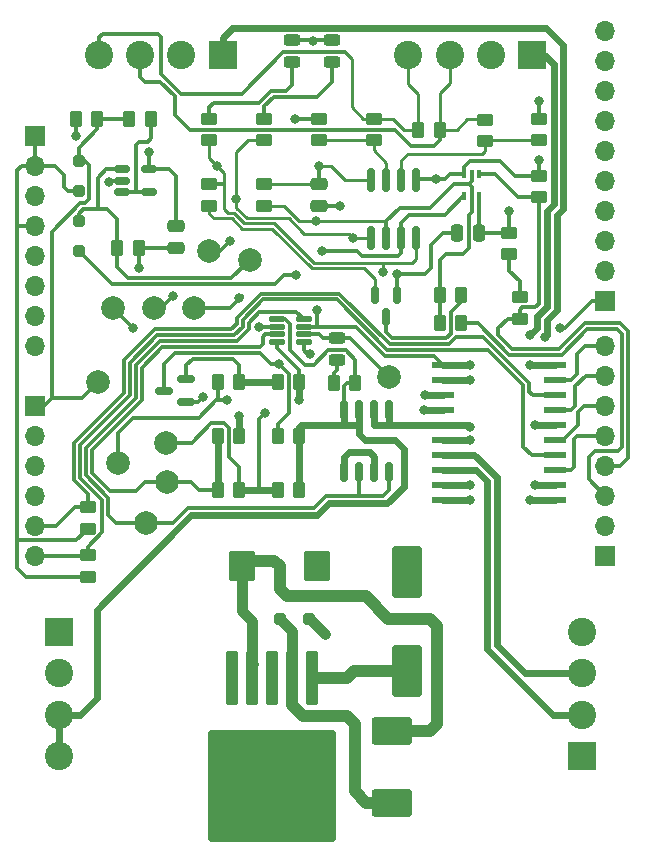
<source format=gtl>
G04 #@! TF.GenerationSoftware,KiCad,Pcbnew,7.0.10*
G04 #@! TF.CreationDate,2024-03-17T21:58:49+02:00*
G04 #@! TF.ProjectId,MasterShield,4d617374-6572-4536-9869-656c642e6b69,rev?*
G04 #@! TF.SameCoordinates,Original*
G04 #@! TF.FileFunction,Copper,L1,Top*
G04 #@! TF.FilePolarity,Positive*
%FSLAX46Y46*%
G04 Gerber Fmt 4.6, Leading zero omitted, Abs format (unit mm)*
G04 Created by KiCad (PCBNEW 7.0.10) date 2024-03-17 21:58:49*
%MOMM*%
%LPD*%
G01*
G04 APERTURE LIST*
G04 Aperture macros list*
%AMRoundRect*
0 Rectangle with rounded corners*
0 $1 Rounding radius*
0 $2 $3 $4 $5 $6 $7 $8 $9 X,Y pos of 4 corners*
0 Add a 4 corners polygon primitive as box body*
4,1,4,$2,$3,$4,$5,$6,$7,$8,$9,$2,$3,0*
0 Add four circle primitives for the rounded corners*
1,1,$1+$1,$2,$3*
1,1,$1+$1,$4,$5*
1,1,$1+$1,$6,$7*
1,1,$1+$1,$8,$9*
0 Add four rect primitives between the rounded corners*
20,1,$1+$1,$2,$3,$4,$5,0*
20,1,$1+$1,$4,$5,$6,$7,0*
20,1,$1+$1,$6,$7,$8,$9,0*
20,1,$1+$1,$8,$9,$2,$3,0*%
G04 Aperture macros list end*
G04 #@! TA.AperFunction,SMDPad,CuDef*
%ADD10RoundRect,0.250000X0.262500X0.450000X-0.262500X0.450000X-0.262500X-0.450000X0.262500X-0.450000X0*%
G04 #@! TD*
G04 #@! TA.AperFunction,SMDPad,CuDef*
%ADD11RoundRect,0.250000X-0.875000X-1.025000X0.875000X-1.025000X0.875000X1.025000X-0.875000X1.025000X0*%
G04 #@! TD*
G04 #@! TA.AperFunction,SMDPad,CuDef*
%ADD12RoundRect,0.250000X0.450000X-0.262500X0.450000X0.262500X-0.450000X0.262500X-0.450000X-0.262500X0*%
G04 #@! TD*
G04 #@! TA.AperFunction,SMDPad,CuDef*
%ADD13RoundRect,0.250000X-0.262500X-0.450000X0.262500X-0.450000X0.262500X0.450000X-0.262500X0.450000X0*%
G04 #@! TD*
G04 #@! TA.AperFunction,SMDPad,CuDef*
%ADD14RoundRect,0.250000X0.250000X-0.250000X0.250000X0.250000X-0.250000X0.250000X-0.250000X-0.250000X0*%
G04 #@! TD*
G04 #@! TA.AperFunction,ComponentPad*
%ADD15R,2.400000X2.400000*%
G04 #@! TD*
G04 #@! TA.AperFunction,ComponentPad*
%ADD16C,2.400000*%
G04 #@! TD*
G04 #@! TA.AperFunction,SMDPad,CuDef*
%ADD17C,2.000000*%
G04 #@! TD*
G04 #@! TA.AperFunction,SMDPad,CuDef*
%ADD18RoundRect,0.250000X-0.450000X0.262500X-0.450000X-0.262500X0.450000X-0.262500X0.450000X0.262500X0*%
G04 #@! TD*
G04 #@! TA.AperFunction,SMDPad,CuDef*
%ADD19RoundRect,0.250000X-0.250000X-0.250000X0.250000X-0.250000X0.250000X0.250000X-0.250000X0.250000X0*%
G04 #@! TD*
G04 #@! TA.AperFunction,SMDPad,CuDef*
%ADD20RoundRect,0.150000X0.150000X-0.675000X0.150000X0.675000X-0.150000X0.675000X-0.150000X-0.675000X0*%
G04 #@! TD*
G04 #@! TA.AperFunction,SMDPad,CuDef*
%ADD21R,0.400000X0.650000*%
G04 #@! TD*
G04 #@! TA.AperFunction,SMDPad,CuDef*
%ADD22RoundRect,0.250000X-0.475000X0.250000X-0.475000X-0.250000X0.475000X-0.250000X0.475000X0.250000X0*%
G04 #@! TD*
G04 #@! TA.AperFunction,SMDPad,CuDef*
%ADD23RoundRect,0.243750X0.456250X-0.243750X0.456250X0.243750X-0.456250X0.243750X-0.456250X-0.243750X0*%
G04 #@! TD*
G04 #@! TA.AperFunction,SMDPad,CuDef*
%ADD24RoundRect,0.150000X-0.150000X0.587500X-0.150000X-0.587500X0.150000X-0.587500X0.150000X0.587500X0*%
G04 #@! TD*
G04 #@! TA.AperFunction,SMDPad,CuDef*
%ADD25RoundRect,0.150000X-0.512500X-0.150000X0.512500X-0.150000X0.512500X0.150000X-0.512500X0.150000X0*%
G04 #@! TD*
G04 #@! TA.AperFunction,SMDPad,CuDef*
%ADD26RoundRect,0.250000X0.250000X0.475000X-0.250000X0.475000X-0.250000X-0.475000X0.250000X-0.475000X0*%
G04 #@! TD*
G04 #@! TA.AperFunction,SMDPad,CuDef*
%ADD27R,1.950000X0.550000*%
G04 #@! TD*
G04 #@! TA.AperFunction,SMDPad,CuDef*
%ADD28RoundRect,0.250000X-0.300000X2.050000X-0.300000X-2.050000X0.300000X-2.050000X0.300000X2.050000X0*%
G04 #@! TD*
G04 #@! TA.AperFunction,SMDPad,CuDef*
%ADD29RoundRect,0.250000X-2.375000X2.025000X-2.375000X-2.025000X2.375000X-2.025000X2.375000X2.025000X0*%
G04 #@! TD*
G04 #@! TA.AperFunction,SMDPad,CuDef*
%ADD30RoundRect,0.250002X-5.149998X4.449998X-5.149998X-4.449998X5.149998X-4.449998X5.149998X4.449998X0*%
G04 #@! TD*
G04 #@! TA.AperFunction,SMDPad,CuDef*
%ADD31RoundRect,0.250000X1.000000X-1.950000X1.000000X1.950000X-1.000000X1.950000X-1.000000X-1.950000X0*%
G04 #@! TD*
G04 #@! TA.AperFunction,SMDPad,CuDef*
%ADD32RoundRect,0.150000X0.587500X0.150000X-0.587500X0.150000X-0.587500X-0.150000X0.587500X-0.150000X0*%
G04 #@! TD*
G04 #@! TA.AperFunction,SMDPad,CuDef*
%ADD33RoundRect,0.243750X-0.456250X0.243750X-0.456250X-0.243750X0.456250X-0.243750X0.456250X0.243750X0*%
G04 #@! TD*
G04 #@! TA.AperFunction,SMDPad,CuDef*
%ADD34RoundRect,0.150000X0.150000X-0.825000X0.150000X0.825000X-0.150000X0.825000X-0.150000X-0.825000X0*%
G04 #@! TD*
G04 #@! TA.AperFunction,SMDPad,CuDef*
%ADD35RoundRect,0.235000X1.465000X-0.940000X1.465000X0.940000X-1.465000X0.940000X-1.465000X-0.940000X0*%
G04 #@! TD*
G04 #@! TA.AperFunction,SMDPad,CuDef*
%ADD36RoundRect,0.125000X-0.537500X-0.125000X0.537500X-0.125000X0.537500X0.125000X-0.537500X0.125000X0*%
G04 #@! TD*
G04 #@! TA.AperFunction,ComponentPad*
%ADD37R,1.700000X1.700000*%
G04 #@! TD*
G04 #@! TA.AperFunction,ComponentPad*
%ADD38O,1.700000X1.700000*%
G04 #@! TD*
G04 #@! TA.AperFunction,ViaPad*
%ADD39C,0.800000*%
G04 #@! TD*
G04 #@! TA.AperFunction,Conductor*
%ADD40C,0.250000*%
G04 #@! TD*
G04 #@! TA.AperFunction,Conductor*
%ADD41C,0.300000*%
G04 #@! TD*
G04 #@! TA.AperFunction,Conductor*
%ADD42C,0.900000*%
G04 #@! TD*
G04 #@! TA.AperFunction,Conductor*
%ADD43C,1.000000*%
G04 #@! TD*
G04 #@! TA.AperFunction,Conductor*
%ADD44C,0.600000*%
G04 #@! TD*
G04 APERTURE END LIST*
D10*
X208459500Y-64643000D03*
X206634500Y-64643000D03*
X225552000Y-96012000D03*
X223727000Y-96012000D03*
D11*
X220701000Y-102489000D03*
X227101000Y-102489000D03*
D12*
X245872000Y-71270500D03*
X245872000Y-69445500D03*
X207645000Y-103378000D03*
X207645000Y-101553000D03*
D10*
X230298000Y-86995000D03*
X228473000Y-86995000D03*
D13*
X210138000Y-75565000D03*
X211963000Y-75565000D03*
D14*
X206888500Y-75779000D03*
X206888500Y-73279000D03*
D12*
X231893856Y-66444500D03*
X231893856Y-64619500D03*
D13*
X211183000Y-64643000D03*
X213008000Y-64643000D03*
D15*
X245308000Y-59182000D03*
D16*
X241808000Y-59182000D03*
X238308000Y-59182000D03*
X234808000Y-59182000D03*
D17*
X210185000Y-93726000D03*
D10*
X239291500Y-79502000D03*
X237466500Y-79502000D03*
D17*
X221361000Y-76581000D03*
D18*
X217932000Y-64596000D03*
X217932000Y-66421000D03*
D13*
X218647000Y-91440000D03*
X220472000Y-91440000D03*
D17*
X212598000Y-98806000D03*
D19*
X223921000Y-106934000D03*
X226421000Y-106934000D03*
D20*
X229362000Y-94531000D03*
X230632000Y-94531000D03*
X231902000Y-94531000D03*
X233172000Y-94531000D03*
X233172000Y-89281000D03*
X231902000Y-89281000D03*
X230632000Y-89281000D03*
X229362000Y-89281000D03*
D21*
X240807000Y-69281000D03*
X240157000Y-69281000D03*
X239507000Y-69281000D03*
X239507000Y-71181000D03*
X240807000Y-71181000D03*
D17*
X213233000Y-80645000D03*
D22*
X215138000Y-73660000D03*
X215138000Y-75560000D03*
D13*
X235646570Y-65532000D03*
X237471570Y-65532000D03*
D10*
X225552000Y-91440000D03*
X223727000Y-91440000D03*
D12*
X217932000Y-71971500D03*
X217932000Y-70146500D03*
D17*
X208534000Y-86868000D03*
D23*
X228346000Y-59817000D03*
X228346000Y-57942000D03*
D17*
X214376000Y-95377000D03*
D18*
X222578666Y-70146500D03*
X222578666Y-71971500D03*
D24*
X233868000Y-79532000D03*
X231968000Y-79532000D03*
X232918000Y-81407000D03*
D15*
X219090000Y-59182000D03*
D16*
X215590000Y-59182000D03*
X212090000Y-59182000D03*
X208590000Y-59182000D03*
D25*
X210571500Y-68900000D03*
X210571500Y-69850000D03*
X210571500Y-70800000D03*
X212846500Y-70800000D03*
X212846500Y-68900000D03*
D15*
X205232000Y-108077000D03*
D16*
X205232000Y-111577000D03*
X205232000Y-115077000D03*
X205232000Y-118577000D03*
D26*
X240792000Y-74295000D03*
X238892000Y-74295000D03*
D18*
X222578666Y-64596000D03*
X222578666Y-66421000D03*
D12*
X244221000Y-81534000D03*
X244221000Y-79709000D03*
D23*
X224917000Y-59817000D03*
X224917000Y-57942000D03*
D17*
X214249000Y-92075000D03*
D27*
X247193000Y-96901000D03*
X247193000Y-95631000D03*
X247193000Y-94361000D03*
X247193000Y-93091000D03*
X247193000Y-91821000D03*
X247193000Y-90551000D03*
X247193000Y-89281000D03*
X247193000Y-88011000D03*
X247193000Y-86741000D03*
X247193000Y-85471000D03*
X237693000Y-85471000D03*
X237693000Y-86741000D03*
X237693000Y-88011000D03*
X237693000Y-89281000D03*
X237693000Y-90551000D03*
X237693000Y-91821000D03*
X237693000Y-93091000D03*
X237693000Y-94361000D03*
X237693000Y-95631000D03*
X237693000Y-96901000D03*
D10*
X220472000Y-86868000D03*
X218647000Y-86868000D03*
D18*
X243332000Y-74248000D03*
X243332000Y-76073000D03*
D17*
X209804000Y-80645000D03*
X216662000Y-80645000D03*
D28*
X226666000Y-111954000D03*
X224966000Y-111954000D03*
X223266000Y-111954000D03*
D29*
X226041000Y-118679000D03*
X220491000Y-118679000D03*
D30*
X223266000Y-121104000D03*
D29*
X226041000Y-123529000D03*
X220491000Y-123529000D03*
D28*
X221566000Y-111954000D03*
X219866000Y-111954000D03*
D17*
X217932000Y-75819000D03*
D15*
X249478800Y-118577000D03*
D16*
X249478800Y-115077000D03*
X249478800Y-111577000D03*
X249478800Y-108077000D03*
D18*
X241274600Y-64697600D03*
X241274600Y-66522600D03*
D12*
X245889500Y-66444500D03*
X245889500Y-64619500D03*
D22*
X227203000Y-70109000D03*
X227203000Y-72009000D03*
D14*
X206888500Y-70719000D03*
X206888500Y-68219000D03*
D31*
X234696000Y-111379000D03*
X234696000Y-102979000D03*
D32*
X215997000Y-88580000D03*
X215997000Y-86680000D03*
X214122000Y-87630000D03*
D10*
X239268000Y-81915000D03*
X237443000Y-81915000D03*
D12*
X207645000Y-99314000D03*
X207645000Y-97489000D03*
D33*
X228727000Y-83185000D03*
X228727000Y-85060000D03*
D10*
X220472000Y-96012000D03*
X218647000Y-96012000D03*
D34*
X231648000Y-74738000D03*
X232918000Y-74738000D03*
X234188000Y-74738000D03*
X235458000Y-74738000D03*
X235458000Y-69788000D03*
X234188000Y-69788000D03*
X232918000Y-69788000D03*
X231648000Y-69788000D03*
D18*
X227228642Y-64619500D03*
X227228642Y-66444500D03*
D35*
X233426000Y-122509000D03*
X233426000Y-116459000D03*
D13*
X223727000Y-86868000D03*
X225552000Y-86868000D03*
D36*
X223652500Y-81575000D03*
X223652500Y-82225000D03*
X223652500Y-82875000D03*
X223652500Y-83525000D03*
X225927500Y-83525000D03*
X225927500Y-82875000D03*
X225927500Y-82225000D03*
X225927500Y-81575000D03*
D17*
X233172000Y-86487000D03*
D37*
X251460000Y-101600000D03*
D38*
X251460000Y-99060000D03*
X251460000Y-96520000D03*
X251460000Y-93980000D03*
X251460000Y-91440000D03*
X251460000Y-88900000D03*
X251460000Y-86360000D03*
X251460000Y-83820000D03*
D37*
X251460000Y-80010000D03*
D38*
X251460000Y-77470000D03*
X251460000Y-74930000D03*
X251460000Y-72390000D03*
X251460000Y-69850000D03*
X251460000Y-67310000D03*
X251460000Y-64770000D03*
X251460000Y-62230000D03*
X251460000Y-59690000D03*
X251460000Y-57150000D03*
D37*
X203200000Y-88900000D03*
D38*
X203200000Y-91440000D03*
X203200000Y-93980000D03*
X203200000Y-96520000D03*
X203200000Y-99060000D03*
X203200000Y-101600000D03*
D37*
X203200000Y-66040000D03*
D38*
X203200000Y-68580000D03*
X203200000Y-71120000D03*
X203200000Y-73660000D03*
X203200000Y-76200000D03*
X203200000Y-78740000D03*
X203200000Y-81280000D03*
X203200000Y-83820000D03*
D39*
X232791000Y-116459000D03*
X221615000Y-113284000D03*
X226695000Y-58039000D03*
X220682412Y-102016855D03*
X221615000Y-110744000D03*
X212852000Y-67437000D03*
X234061000Y-116459000D03*
X243332000Y-72390000D03*
X245872000Y-63119000D03*
X220726000Y-103124000D03*
X227203000Y-68580000D03*
X224536000Y-122174000D03*
X221996000Y-120269000D03*
X206629000Y-66040000D03*
X221996000Y-118364000D03*
X225171000Y-64643000D03*
X245491000Y-90551000D03*
X245491000Y-95631000D03*
X221996000Y-124079000D03*
X219456000Y-124079000D03*
X227076000Y-101854000D03*
X220472000Y-89789000D03*
X224536000Y-118364000D03*
X221996000Y-122174000D03*
X219837000Y-110744000D03*
X227076000Y-122174000D03*
X237109000Y-69723000D03*
X227076000Y-118364000D03*
X225552000Y-88392000D03*
X224536000Y-124079000D03*
X234696000Y-103759000D03*
X227076000Y-124079000D03*
X227076000Y-103124000D03*
X211963000Y-77216000D03*
X209423000Y-69977000D03*
X224536000Y-120269000D03*
X227076000Y-120269000D03*
X219456000Y-122174000D03*
X217424000Y-88138000D03*
X227711000Y-108204000D03*
X245872000Y-68072000D03*
X228981000Y-72009000D03*
X219456000Y-118364000D03*
X223266000Y-113284000D03*
X233807000Y-77724000D03*
X219456000Y-120269000D03*
X223266000Y-110744000D03*
X234696000Y-101854000D03*
X219837000Y-113284000D03*
X219710000Y-74930000D03*
X220218000Y-71374000D03*
X230124000Y-74738000D03*
X218567000Y-68580000D03*
X214884000Y-79629000D03*
X232664000Y-77597000D03*
X247650000Y-82296000D03*
X219456000Y-88392000D03*
X245110000Y-82902472D03*
X236118400Y-89255600D03*
X225298000Y-77851000D03*
X240030000Y-86741000D03*
X240030000Y-85471000D03*
X245110000Y-85471000D03*
X240030000Y-91821000D03*
X240030000Y-90678000D03*
X234696000Y-110236000D03*
X234696000Y-112522000D03*
X240030000Y-96901000D03*
X240030000Y-95631000D03*
X245110000Y-96901000D03*
X227076000Y-80772000D03*
X211455000Y-82296000D03*
X227457000Y-75819000D03*
X220472000Y-79756000D03*
X226949000Y-73279000D03*
X223835978Y-85409022D03*
X226504500Y-84518500D03*
X222137396Y-82225000D03*
X222631000Y-89535000D03*
X246380000Y-83058000D03*
X236194600Y-88036400D03*
D40*
X227203000Y-68580000D02*
X228216000Y-68580000D01*
D41*
X224917000Y-57942000D02*
X226598000Y-57942000D01*
X240807000Y-74280000D02*
X240792000Y-74295000D01*
X245889500Y-64619500D02*
X245889500Y-63136500D01*
D42*
X220701000Y-103149000D02*
X220726000Y-103124000D01*
X221566000Y-110793000D02*
X221615000Y-110744000D01*
D43*
X233108500Y-106934000D02*
X236601000Y-106934000D01*
D41*
X243332000Y-74248000D02*
X240839000Y-74248000D01*
D43*
X236601000Y-106934000D02*
X237236000Y-107569000D01*
D40*
X228216000Y-68580000D02*
X229424000Y-69788000D01*
D42*
X220701000Y-106274000D02*
X220701000Y-103149000D01*
D40*
X227203000Y-70109000D02*
X227203000Y-68580000D01*
D43*
X223901000Y-104394000D02*
X224536000Y-105029000D01*
D42*
X220726000Y-103124000D02*
X220701000Y-103099000D01*
D41*
X214569000Y-68900000D02*
X212846500Y-68900000D01*
X215138000Y-69469000D02*
X214569000Y-68900000D01*
D43*
X224536000Y-105029000D02*
X231203500Y-105029000D01*
X233426000Y-116459000D02*
X232791000Y-116459000D01*
D41*
X243332000Y-74248000D02*
X243332000Y-72390000D01*
D43*
X223901000Y-102489000D02*
X223901000Y-104394000D01*
D42*
X221566000Y-110695000D02*
X221566000Y-107139000D01*
D40*
X229424000Y-69788000D02*
X231648000Y-69788000D01*
D42*
X221566000Y-111954000D02*
X221566000Y-110793000D01*
D43*
X232791000Y-116459000D02*
X234061000Y-116459000D01*
D42*
X220701000Y-103099000D02*
X220701000Y-102489000D01*
D43*
X231203500Y-105029000D02*
X233108500Y-106934000D01*
D41*
X228346000Y-57942000D02*
X226792000Y-57942000D01*
D43*
X237236000Y-115824000D02*
X236601000Y-116459000D01*
D40*
X222578666Y-70146500D02*
X227165500Y-70146500D01*
D43*
X223428855Y-102016855D02*
X223901000Y-102489000D01*
D41*
X227203000Y-70104000D02*
X227203000Y-68580000D01*
X212846500Y-68900000D02*
X212846500Y-67442500D01*
X215138000Y-73660000D02*
X215138000Y-69469000D01*
D43*
X236601000Y-116459000D02*
X234061000Y-116459000D01*
D41*
X240807000Y-71181000D02*
X240807000Y-74280000D01*
D40*
X227165500Y-70146500D02*
X227203000Y-70109000D01*
D41*
X212846500Y-67442500D02*
X212852000Y-67437000D01*
X226792000Y-57942000D02*
X226695000Y-58039000D01*
X240839000Y-74248000D02*
X240792000Y-74295000D01*
D43*
X237236000Y-107569000D02*
X237236000Y-115824000D01*
D41*
X226598000Y-57942000D02*
X226695000Y-58039000D01*
D42*
X221566000Y-107139000D02*
X220701000Y-106274000D01*
D43*
X220682412Y-102016855D02*
X220701000Y-102035443D01*
D42*
X221615000Y-110744000D02*
X221566000Y-110695000D01*
D41*
X245889500Y-63136500D02*
X245872000Y-63119000D01*
D43*
X220682412Y-102016855D02*
X223428855Y-102016855D01*
D41*
X223652500Y-83525000D02*
X223652500Y-84012148D01*
X242570000Y-68199000D02*
X240030000Y-68199000D01*
X237744000Y-74295000D02*
X236728000Y-75311000D01*
X216982000Y-88580000D02*
X217424000Y-88138000D01*
X238313000Y-69281000D02*
X239507000Y-69281000D01*
X225552000Y-85911648D02*
X225552000Y-86868000D01*
X237109000Y-69723000D02*
X235523000Y-69723000D01*
X245872000Y-68072000D02*
X245872000Y-69445500D01*
X237871000Y-69723000D02*
X238313000Y-69281000D01*
X206634500Y-66161500D02*
X206629000Y-66167000D01*
X223652500Y-84012148D02*
X225552000Y-85911648D01*
X215133000Y-75565000D02*
X215138000Y-75560000D01*
D44*
X247193000Y-95631000D02*
X245491000Y-95631000D01*
D41*
X233868000Y-77785000D02*
X233868000Y-79532000D01*
X233807000Y-77724000D02*
X233868000Y-77785000D01*
X206634500Y-64643000D02*
X206634500Y-66161500D01*
X235523000Y-69723000D02*
X235458000Y-69788000D01*
X245872000Y-69445500D02*
X243816500Y-69445500D01*
X209423000Y-69850000D02*
X209296000Y-69977000D01*
D42*
X226421000Y-106934000D02*
X226441000Y-106934000D01*
D41*
X215997000Y-88580000D02*
X216982000Y-88580000D01*
X227208000Y-72009000D02*
X227203000Y-72004000D01*
X211963000Y-75565000D02*
X211963000Y-77216000D01*
D44*
X225552000Y-86868000D02*
X225552000Y-88392000D01*
D41*
X225171000Y-64643000D02*
X225194500Y-64619500D01*
X211963000Y-75565000D02*
X215133000Y-75565000D01*
X236728000Y-77216000D02*
X236220000Y-77724000D01*
X210571500Y-69850000D02*
X209423000Y-69850000D01*
X240030000Y-68199000D02*
X239507000Y-68722000D01*
X239507000Y-68722000D02*
X239507000Y-69281000D01*
X228981000Y-72009000D02*
X227208000Y-72009000D01*
D42*
X226441000Y-106934000D02*
X227711000Y-108204000D01*
D41*
X243816500Y-69445500D02*
X242570000Y-68199000D01*
X237109000Y-69723000D02*
X237871000Y-69723000D01*
X225194500Y-64619500D02*
X227228642Y-64619500D01*
D44*
X247193000Y-90551000D02*
X245491000Y-90551000D01*
X220472000Y-91440000D02*
X220472000Y-89789000D01*
D41*
X238892000Y-74295000D02*
X237744000Y-74295000D01*
X236220000Y-77724000D02*
X233807000Y-77724000D01*
X236728000Y-75311000D02*
X236728000Y-77216000D01*
X222578666Y-63552334D02*
X223393000Y-62738000D01*
X228346000Y-61468000D02*
X228346000Y-59817000D01*
X223393000Y-62738000D02*
X227076000Y-62738000D01*
X227076000Y-62738000D02*
X228346000Y-61468000D01*
X222578666Y-64596000D02*
X222578666Y-63552334D01*
X218313000Y-63246000D02*
X217932000Y-63627000D01*
X224917000Y-59817000D02*
X224917000Y-61722000D01*
X224917000Y-61722000D02*
X224401000Y-62238000D01*
X223185893Y-62238000D02*
X222177894Y-63246000D01*
X217932000Y-63627000D02*
X217932000Y-64596000D01*
X222177894Y-63246000D02*
X218313000Y-63246000D01*
X224401000Y-62238000D02*
X223185893Y-62238000D01*
D40*
X221234000Y-66421000D02*
X220218000Y-67437000D01*
X221107000Y-73025000D02*
X224661604Y-73025000D01*
D41*
X218821000Y-75819000D02*
X219710000Y-74930000D01*
D40*
X220218000Y-72136000D02*
X221107000Y-73025000D01*
X225989000Y-74351000D02*
X229737000Y-74351000D01*
X220218000Y-67437000D02*
X220218000Y-71374000D01*
X229737000Y-74351000D02*
X230124000Y-74738000D01*
X225806000Y-74168000D02*
X225989000Y-74351000D01*
X220218000Y-71374000D02*
X220218000Y-72136000D01*
X222578666Y-66421000D02*
X221234000Y-66421000D01*
X225804604Y-74168000D02*
X225806000Y-74168000D01*
X224661604Y-73025000D02*
X225804604Y-74168000D01*
X230124000Y-74738000D02*
X231648000Y-74738000D01*
D41*
X217932000Y-75819000D02*
X218821000Y-75819000D01*
D40*
X219202000Y-70104000D02*
X219202000Y-72263000D01*
D41*
X213233000Y-80645000D02*
X213868000Y-80645000D01*
X219159500Y-70146500D02*
X219202000Y-70104000D01*
D40*
X232664000Y-77597000D02*
X232664000Y-76835000D01*
D41*
X217932000Y-70146500D02*
X219159500Y-70146500D01*
D40*
X219202000Y-69215000D02*
X219202000Y-70104000D01*
X217932000Y-66421000D02*
X217932000Y-67945000D01*
X220020604Y-72575000D02*
X220920604Y-73475000D01*
D41*
X213868000Y-80645000D02*
X214884000Y-79629000D01*
D40*
X219202000Y-72263000D02*
X219514000Y-72575000D01*
X232918000Y-76835000D02*
X235077000Y-76835000D01*
X235458000Y-76454000D02*
X235458000Y-74738000D01*
X223460604Y-73475000D02*
X226820604Y-76835000D01*
X220920604Y-73475000D02*
X223460604Y-73475000D01*
X218567000Y-68580000D02*
X219202000Y-69215000D01*
X235077000Y-76835000D02*
X235458000Y-76454000D01*
X219514000Y-72575000D02*
X220020604Y-72575000D01*
X226820604Y-76835000D02*
X232664000Y-76835000D01*
X232664000Y-76835000D02*
X232918000Y-76835000D01*
X217932000Y-67945000D02*
X218567000Y-68580000D01*
D41*
X253365000Y-93345000D02*
X252730000Y-93980000D01*
X249728894Y-81923000D02*
X252683106Y-81923000D01*
X245872000Y-80264000D02*
X245872000Y-71270500D01*
X252730000Y-93980000D02*
X251460000Y-93980000D01*
X242128000Y-69281000D02*
X244117500Y-71270500D01*
X243556318Y-84082000D02*
X247569894Y-84082000D01*
X253365000Y-82604894D02*
X253365000Y-93345000D01*
X244221000Y-80772000D02*
X244421500Y-80571500D01*
X242424159Y-82314841D02*
X242424159Y-82949841D01*
X252683106Y-81923000D02*
X253365000Y-82604894D01*
X240807000Y-69281000D02*
X242128000Y-69281000D01*
X244221000Y-81534000D02*
X244221000Y-80772000D01*
X244221000Y-81534000D02*
X243205000Y-81534000D01*
X244421500Y-80571500D02*
X245564500Y-80571500D01*
X245564500Y-80571500D02*
X245872000Y-80264000D01*
X242424159Y-82949841D02*
X243556318Y-84082000D01*
X247569894Y-84082000D02*
X249728894Y-81923000D01*
X243205000Y-81534000D02*
X242424159Y-82314841D01*
X244117500Y-71270500D02*
X245872000Y-71270500D01*
X250063000Y-93218000D02*
X250571000Y-92710000D01*
X247777000Y-84582000D02*
X243349212Y-84582000D01*
X243349212Y-84582000D02*
X240682212Y-81915000D01*
X240682212Y-81915000D02*
X239268000Y-81915000D01*
X252539500Y-92710000D02*
X252865000Y-92384500D01*
X251460000Y-96520000D02*
X250063000Y-95123000D01*
X249936000Y-82423000D02*
X247777000Y-84582000D01*
X250571000Y-92710000D02*
X252539500Y-92710000D01*
X252865000Y-92384500D02*
X252865000Y-82812000D01*
X252865000Y-82812000D02*
X252476000Y-82423000D01*
X252476000Y-82423000D02*
X249936000Y-82423000D01*
X250063000Y-95123000D02*
X250063000Y-93218000D01*
X248539000Y-94361000D02*
X247193000Y-94361000D01*
X248793000Y-94107000D02*
X248539000Y-94361000D01*
X251460000Y-91440000D02*
X249047000Y-91440000D01*
X248793000Y-91694000D02*
X248793000Y-94107000D01*
X249047000Y-91440000D02*
X248793000Y-91694000D01*
X249174000Y-89408000D02*
X249174000Y-90520000D01*
X247873000Y-91821000D02*
X247193000Y-91821000D01*
X251460000Y-88900000D02*
X249682000Y-88900000D01*
X249174000Y-90520000D02*
X247873000Y-91821000D01*
X249682000Y-88900000D02*
X249174000Y-89408000D01*
X251460000Y-86360000D02*
X249809000Y-86360000D01*
X248539000Y-89281000D02*
X247193000Y-89281000D01*
X248920000Y-87249000D02*
X248920000Y-88900000D01*
X248920000Y-88900000D02*
X248539000Y-89281000D01*
X249809000Y-86360000D02*
X248920000Y-87249000D01*
X249047000Y-84518500D02*
X249047000Y-86233000D01*
X249745500Y-83820000D02*
X249047000Y-84518500D01*
X251460000Y-83820000D02*
X249745500Y-83820000D01*
X249047000Y-86233000D02*
X248539000Y-86741000D01*
X248539000Y-86741000D02*
X247193000Y-86741000D01*
X217043000Y-89916000D02*
X211455000Y-89916000D01*
X219456000Y-88392000D02*
X218567000Y-88392000D01*
X247650000Y-82296000D02*
X248031000Y-82296000D01*
X248031000Y-82296000D02*
X250317000Y-80010000D01*
X211455000Y-89916000D02*
X210185000Y-91186000D01*
X218647000Y-86868000D02*
X218647000Y-88312000D01*
X218647000Y-88312000D02*
X218503500Y-88455500D01*
X218503500Y-88455500D02*
X217043000Y-89916000D01*
X218567000Y-88392000D02*
X218503500Y-88455500D01*
X210185000Y-91186000D02*
X210185000Y-93726000D01*
X250317000Y-80010000D02*
X251460000Y-80010000D01*
X204597000Y-88265000D02*
X203962000Y-88900000D01*
X208459500Y-65479500D02*
X206883000Y-67056000D01*
X207738500Y-68546500D02*
X207738500Y-71407500D01*
X207411000Y-68219000D02*
X207738500Y-68546500D01*
X203962000Y-88900000D02*
X203200000Y-88900000D01*
X207002000Y-71763000D02*
X204597000Y-74168000D01*
X204597000Y-88265000D02*
X207137000Y-88265000D01*
X208459500Y-64643000D02*
X208459500Y-65479500D01*
X208459500Y-64643000D02*
X211183000Y-64643000D01*
X207738500Y-71407500D02*
X207383000Y-71763000D01*
X206888500Y-68219000D02*
X207411000Y-68219000D01*
X207137000Y-88265000D02*
X208534000Y-86868000D01*
X206883000Y-67056000D02*
X206888500Y-67061500D01*
X206888500Y-67061500D02*
X206888500Y-68219000D01*
X204597000Y-74168000D02*
X204597000Y-88265000D01*
X207383000Y-71763000D02*
X207002000Y-71763000D01*
X206549000Y-97489000D02*
X204978000Y-99060000D01*
X219805000Y-82455000D02*
X220279396Y-81980604D01*
X210709000Y-85074000D02*
X213328000Y-82455000D01*
X220279396Y-81455392D02*
X222320788Y-79414000D01*
X204978000Y-99060000D02*
X203200000Y-99060000D01*
X207645000Y-97489000D02*
X207645000Y-96355319D01*
X220279396Y-81980604D02*
X220279396Y-81455392D01*
X210709000Y-87833576D02*
X210709000Y-85074000D01*
X245028000Y-87710198D02*
X245328802Y-88011000D01*
X222320788Y-79414000D02*
X228947895Y-79414000D01*
X238850606Y-83066000D02*
X241126106Y-83066000D01*
X206502000Y-92040576D02*
X210709000Y-87833576D01*
X207645000Y-97489000D02*
X206549000Y-97489000D01*
X241126106Y-83066000D02*
X245028000Y-86967894D01*
X207645000Y-96355319D02*
X206502000Y-95212319D01*
X213328000Y-82455000D02*
X219805000Y-82455000D01*
X238231606Y-83685000D02*
X238850606Y-83066000D01*
X245328802Y-88011000D02*
X247193000Y-88011000D01*
X228947895Y-79414000D02*
X233218894Y-83685000D01*
X245028000Y-86967894D02*
X245028000Y-87710198D01*
X233218894Y-83685000D02*
X238231606Y-83685000D01*
X206502000Y-95212319D02*
X206502000Y-92040576D01*
X207645000Y-100881956D02*
X208886947Y-99640009D01*
X245237000Y-93091000D02*
X247193000Y-93091000D01*
X207645000Y-101553000D02*
X207645000Y-100881956D01*
X207002000Y-95005212D02*
X207002000Y-92247682D01*
X207598000Y-101600000D02*
X207645000Y-101553000D01*
X220779396Y-82242604D02*
X220779396Y-81662498D01*
X220067000Y-82955000D02*
X220779396Y-82242604D01*
X208886947Y-96890159D02*
X207002000Y-95005212D01*
X211209000Y-85281106D02*
X213535106Y-82955000D01*
X220779396Y-81662498D02*
X222527894Y-79914000D01*
X222527894Y-79914000D02*
X228740788Y-79914000D01*
X244528000Y-87175000D02*
X244528000Y-92382000D01*
X244528000Y-92382000D02*
X245237000Y-93091000D01*
X213535106Y-82955000D02*
X220067000Y-82955000D01*
X203200000Y-101600000D02*
X207598000Y-101600000D01*
X228740788Y-79914000D02*
X233011788Y-84185000D01*
X211209000Y-88040682D02*
X211209000Y-85281106D01*
X208886947Y-99640009D02*
X208886947Y-96890159D01*
X233011788Y-84185000D02*
X241538000Y-84185000D01*
X241538000Y-84185000D02*
X244528000Y-87175000D01*
X207002000Y-92247682D02*
X211209000Y-88040682D01*
X205974000Y-70719000D02*
X206888500Y-70719000D01*
X201860000Y-100260000D02*
X201676000Y-100076000D01*
X201676000Y-102616000D02*
X201676000Y-100076000D01*
X207645000Y-99314000D02*
X206699000Y-100260000D01*
X206699000Y-100260000D02*
X201860000Y-100260000D01*
X203200000Y-68580000D02*
X203200000Y-66040000D01*
X203200000Y-68580000D02*
X204851000Y-68580000D01*
X201676000Y-73660000D02*
X203200000Y-73660000D01*
X205613000Y-69342000D02*
X205613000Y-70358000D01*
X203200000Y-68580000D02*
X202057000Y-68580000D01*
X207645000Y-103378000D02*
X202438000Y-103378000D01*
X202438000Y-103378000D02*
X201676000Y-102616000D01*
X201676000Y-74422000D02*
X201676000Y-73660000D01*
X201676000Y-68961000D02*
X201676000Y-74422000D01*
X202057000Y-68580000D02*
X201676000Y-68961000D01*
X205613000Y-70358000D02*
X205974000Y-70719000D01*
X201676000Y-100076000D02*
X201676000Y-74422000D01*
X204851000Y-68580000D02*
X205613000Y-69342000D01*
D44*
X237667600Y-89255600D02*
X237693000Y-89281000D01*
X247089500Y-60018500D02*
X246253000Y-59182000D01*
X236118400Y-89255600D02*
X237667600Y-89255600D01*
X246522000Y-72400588D02*
X247089500Y-71833088D01*
X245719600Y-82292872D02*
X245719600Y-81335638D01*
X245719600Y-81335638D02*
X246522000Y-80533238D01*
X245110000Y-82902472D02*
X245719600Y-82292872D01*
X246522000Y-80533238D02*
X246522000Y-72400588D01*
X247089500Y-71833088D02*
X247089500Y-60018500D01*
X246253000Y-59182000D02*
X245308000Y-59182000D01*
X249478800Y-111577000D02*
X244661370Y-111577000D01*
X240399370Y-93091000D02*
X237693000Y-93091000D01*
X244661370Y-111577000D02*
X242278000Y-109193630D01*
X242278000Y-109193630D02*
X242278000Y-94969630D01*
X242278000Y-94969630D02*
X240399370Y-93091000D01*
D41*
X225927500Y-82225000D02*
X227076000Y-82225000D01*
D44*
X239903000Y-90551000D02*
X240030000Y-90678000D01*
D41*
X223512000Y-78621000D02*
X224282000Y-77851000D01*
X236931000Y-84709000D02*
X237693000Y-85471000D01*
D44*
X237693000Y-90551000D02*
X239903000Y-90551000D01*
D41*
X230344682Y-82225000D02*
X232828682Y-84709000D01*
D44*
X233172000Y-90551000D02*
X233172000Y-89281000D01*
D43*
X230191000Y-111379000D02*
X234696000Y-111379000D01*
D44*
X237693000Y-85471000D02*
X240030000Y-85471000D01*
D41*
X224282000Y-77851000D02*
X225298000Y-77851000D01*
D44*
X237693000Y-90551000D02*
X233172000Y-90551000D01*
D41*
X232828682Y-84709000D02*
X236931000Y-84709000D01*
X227076000Y-82225000D02*
X230344682Y-82225000D01*
D44*
X247193000Y-85471000D02*
X245110000Y-85471000D01*
X237693000Y-86741000D02*
X240030000Y-86741000D01*
D41*
X206888500Y-75779000D02*
X209730500Y-78621000D01*
D43*
X229616000Y-111954000D02*
X226666000Y-111954000D01*
X229616000Y-111954000D02*
X230191000Y-111379000D01*
D44*
X247193000Y-96901000D02*
X245110000Y-96901000D01*
D41*
X209730500Y-78621000D02*
X223512000Y-78621000D01*
D44*
X237693000Y-95631000D02*
X240030000Y-95631000D01*
X237693000Y-91821000D02*
X240030000Y-91821000D01*
X233172000Y-90551000D02*
X231902000Y-90551000D01*
X231902000Y-90551000D02*
X231902000Y-89281000D01*
X237693000Y-96901000D02*
X240030000Y-96901000D01*
D41*
X227076000Y-80772000D02*
X227076000Y-82225000D01*
D44*
X247030000Y-115077000D02*
X241478000Y-109525000D01*
X240538000Y-94361000D02*
X237693000Y-94361000D01*
X241478000Y-109525000D02*
X241478000Y-95301000D01*
X241478000Y-95301000D02*
X240538000Y-94361000D01*
X249478800Y-115077000D02*
X247030000Y-115077000D01*
D41*
X215011000Y-62683106D02*
X215011000Y-64262000D01*
D40*
X237471570Y-62431430D02*
X238308000Y-61595000D01*
X237471570Y-65532000D02*
X237471570Y-62431430D01*
X238887000Y-65532000D02*
X237471570Y-65532000D01*
D41*
X237471570Y-66439430D02*
X237471570Y-65532000D01*
D40*
X239799500Y-64619500D02*
X238887000Y-65532000D01*
X238308000Y-61595000D02*
X238308000Y-59182000D01*
D41*
X212471000Y-61468000D02*
X213795894Y-61468000D01*
D40*
X241300000Y-64619500D02*
X239799500Y-64619500D01*
D41*
X213795894Y-61468000D02*
X215011000Y-62683106D01*
X233673500Y-65558500D02*
X235044000Y-66929000D01*
X212090000Y-61087000D02*
X212471000Y-61468000D01*
X236982000Y-66929000D02*
X237471570Y-66439430D01*
X215011000Y-64262000D02*
X216307500Y-65558500D01*
X235044000Y-66929000D02*
X236982000Y-66929000D01*
X216307500Y-65558500D02*
X233673500Y-65558500D01*
X212090000Y-59182000D02*
X212090000Y-61087000D01*
D40*
X230989500Y-64619500D02*
X231893856Y-64619500D01*
X231893856Y-64619500D02*
X233529500Y-64619500D01*
X229997000Y-63627000D02*
X230989500Y-64619500D01*
X233529500Y-64619500D02*
X234442000Y-65532000D01*
D41*
X229743000Y-59309000D02*
X229413500Y-58979500D01*
X229413500Y-58979500D02*
X224208056Y-58979500D01*
D40*
X235646570Y-62545570D02*
X234808000Y-61707000D01*
X235646570Y-65532000D02*
X235646570Y-62545570D01*
D41*
X215519000Y-62484000D02*
X213868000Y-60833000D01*
X208590000Y-57729000D02*
X208590000Y-59182000D01*
X213614000Y-57404000D02*
X208915000Y-57404000D01*
X213868000Y-57658000D02*
X213614000Y-57404000D01*
X220703556Y-62484000D02*
X215519000Y-62484000D01*
D40*
X234442000Y-65532000D02*
X235646570Y-65532000D01*
D41*
X213868000Y-60833000D02*
X213868000Y-57658000D01*
D40*
X229997000Y-59563000D02*
X229997000Y-63627000D01*
D41*
X224208056Y-58979500D02*
X220703556Y-62484000D01*
D40*
X234808000Y-61707000D02*
X234808000Y-59182000D01*
D41*
X208915000Y-57404000D02*
X208590000Y-57729000D01*
D40*
X229743000Y-59309000D02*
X229997000Y-59563000D01*
X226634208Y-77285000D02*
X223274208Y-73925000D01*
X231968000Y-78171000D02*
X231082000Y-77285000D01*
X220734208Y-73925000D02*
X219834208Y-73025000D01*
X218313000Y-73025000D02*
X217932000Y-72644000D01*
X231082000Y-77285000D02*
X226634208Y-77285000D01*
X217932000Y-72644000D02*
X217932000Y-71971500D01*
X223274208Y-73925000D02*
X220734208Y-73925000D01*
X231968000Y-79532000D02*
X231968000Y-78171000D01*
X219834208Y-73025000D02*
X218313000Y-73025000D01*
D41*
X238405500Y-80999500D02*
X238405500Y-82804000D01*
X239291500Y-79502000D02*
X239291500Y-80113500D01*
X239291500Y-80113500D02*
X238405500Y-80999500D01*
X238405500Y-82804000D02*
X238024500Y-83185000D01*
X238024500Y-83185000D02*
X233426000Y-83185000D01*
X233426000Y-83185000D02*
X232918000Y-82677000D01*
X232918000Y-82677000D02*
X232918000Y-81407000D01*
X230837369Y-76200000D02*
X233944500Y-76200000D01*
X237871000Y-72771000D02*
X234823000Y-72771000D01*
X233944500Y-76200000D02*
X234188000Y-75956500D01*
X234188000Y-75956500D02*
X234188000Y-74738000D01*
X234823000Y-72771000D02*
X234188000Y-73406000D01*
X227457000Y-75819000D02*
X230456369Y-75819000D01*
X234188000Y-73406000D02*
X234188000Y-74738000D01*
X209804000Y-80645000D02*
X211455000Y-82296000D01*
X239461000Y-71181000D02*
X237871000Y-72771000D01*
X239507000Y-71181000D02*
X239461000Y-71181000D01*
X230456369Y-75819000D02*
X230837369Y-76200000D01*
D40*
X231893856Y-66444500D02*
X227228642Y-66444500D01*
X232918000Y-68326000D02*
X232918000Y-69788000D01*
X231893856Y-67301856D02*
X232918000Y-68326000D01*
X231893856Y-66444500D02*
X231893856Y-67301856D01*
X241300000Y-66444500D02*
X241300000Y-67310000D01*
X234759500Y-67564000D02*
X234188000Y-68135500D01*
X234188000Y-68135500D02*
X234188000Y-69788000D01*
X241046000Y-67564000D02*
X234759500Y-67564000D01*
X241300000Y-67310000D02*
X241046000Y-67564000D01*
X241300000Y-66444500D02*
X245889500Y-66444500D01*
D41*
X219710000Y-80645000D02*
X220726000Y-79629000D01*
X236601000Y-72136000D02*
X238633000Y-70104000D01*
X239903000Y-75565000D02*
X239903000Y-72771000D01*
D40*
X224244500Y-71971500D02*
X222578666Y-71971500D01*
D41*
X237998000Y-76073000D02*
X239395000Y-76073000D01*
X239395000Y-76073000D02*
X239903000Y-75565000D01*
X240157000Y-72517000D02*
X240157000Y-70352000D01*
X237466500Y-81891500D02*
X237443000Y-81915000D01*
D40*
X226949000Y-73279000D02*
X225552000Y-73279000D01*
D41*
X238633000Y-70104000D02*
X239909000Y-70104000D01*
X239909000Y-70104000D02*
X240157000Y-69856000D01*
X237466500Y-79502000D02*
X237466500Y-76604500D01*
D40*
X225552000Y-73279000D02*
X224244500Y-71971500D01*
D41*
X240157000Y-70352000D02*
X239909000Y-70104000D01*
X234061000Y-72136000D02*
X236601000Y-72136000D01*
X237466500Y-76604500D02*
X237998000Y-76073000D01*
D40*
X232918000Y-73279000D02*
X226949000Y-73279000D01*
D41*
X240157000Y-69856000D02*
X240157000Y-69281000D01*
X216662000Y-80645000D02*
X219710000Y-80645000D01*
X237466500Y-79502000D02*
X237466500Y-81891500D01*
X232918000Y-73279000D02*
X234061000Y-72136000D01*
X239903000Y-72771000D02*
X240157000Y-72517000D01*
X232918000Y-74738000D02*
X232918000Y-73279000D01*
X243332000Y-77470000D02*
X243332000Y-76073000D01*
X244221000Y-78359000D02*
X243332000Y-77470000D01*
X244221000Y-79709000D02*
X244221000Y-78359000D01*
D42*
X224966000Y-107979000D02*
X224966000Y-111954000D01*
D43*
X231221000Y-122509000D02*
X230251000Y-121539000D01*
X230251000Y-115824000D02*
X229616000Y-115189000D01*
X225901000Y-115189000D02*
X224966000Y-114254000D01*
X229616000Y-115189000D02*
X225901000Y-115189000D01*
D42*
X223921000Y-106934000D02*
X224966000Y-107979000D01*
D43*
X233426000Y-122509000D02*
X231221000Y-122509000D01*
X224966000Y-114254000D02*
X224966000Y-111954000D01*
X230251000Y-121539000D02*
X230251000Y-115824000D01*
D41*
X206888500Y-72638500D02*
X207264000Y-72263000D01*
X207264000Y-72263000D02*
X208534000Y-72263000D01*
X210138000Y-77169000D02*
X210138000Y-75565000D01*
X219821000Y-78121000D02*
X211090000Y-78121000D01*
X210138000Y-75565000D02*
X210138000Y-73105000D01*
X211090000Y-78121000D02*
X210138000Y-77169000D01*
X209296000Y-72263000D02*
X208534000Y-72263000D01*
X210138000Y-73105000D02*
X209296000Y-72263000D01*
X221361000Y-76581000D02*
X219821000Y-78121000D01*
X208534000Y-72263000D02*
X208534000Y-69596000D01*
X208534000Y-69596000D02*
X209230000Y-68900000D01*
X206888500Y-73279000D02*
X206888500Y-72638500D01*
X209230000Y-68900000D02*
X210571500Y-68900000D01*
X211963000Y-66548000D02*
X212725000Y-66548000D01*
X210571500Y-70800000D02*
X211709000Y-70800000D01*
X211709000Y-70800000D02*
X212846500Y-70800000D01*
X213008000Y-66265000D02*
X213008000Y-64643000D01*
X211709000Y-66802000D02*
X211963000Y-66548000D01*
X211709000Y-70800000D02*
X211709000Y-66802000D01*
X212725000Y-66548000D02*
X213008000Y-66265000D01*
X225927500Y-82875000D02*
X227274000Y-82875000D01*
X227584000Y-83185000D02*
X228727000Y-83185000D01*
X227274000Y-82875000D02*
X227584000Y-83185000D01*
X229870000Y-83185000D02*
X228727000Y-83185000D01*
X233172000Y-86487000D02*
X229870000Y-83185000D01*
X228727000Y-85852000D02*
X228473000Y-86106000D01*
X228473000Y-86106000D02*
X228473000Y-86995000D01*
X228727000Y-85060000D02*
X228727000Y-85852000D01*
D44*
X231902000Y-93218000D02*
X231902000Y-94531000D01*
X229362000Y-93218000D02*
X229743000Y-92837000D01*
X229743000Y-92837000D02*
X231521000Y-92837000D01*
X229362000Y-94531000D02*
X229362000Y-93218000D01*
X231521000Y-92837000D02*
X231902000Y-93218000D01*
D41*
X207502000Y-94798106D02*
X207502000Y-92454788D01*
X222174000Y-80975000D02*
X225327500Y-80975000D01*
X232664000Y-96520000D02*
X230632000Y-96520000D01*
X207502000Y-92454788D02*
X211709000Y-88247788D01*
X233172000Y-96012000D02*
X232664000Y-96520000D01*
X230632000Y-96520000D02*
X227838000Y-96520000D01*
X221279396Y-81869604D02*
X222174000Y-80975000D01*
X221279396Y-82449710D02*
X221279396Y-81869604D01*
X216154000Y-97536000D02*
X214884000Y-98806000D01*
X211709000Y-88247788D02*
X211709000Y-85488212D01*
X230632000Y-94531000D02*
X230632000Y-96520000D01*
X225327500Y-80975000D02*
X225927500Y-81575000D01*
X214884000Y-98806000D02*
X211509894Y-98806000D01*
X220274106Y-83455000D02*
X221279396Y-82449710D01*
X211709000Y-85488212D02*
X213742212Y-83455000D01*
X233172000Y-94531000D02*
X233172000Y-96012000D01*
X226822000Y-97536000D02*
X216154000Y-97536000D01*
X209386947Y-96683053D02*
X207502000Y-94798106D01*
X210058000Y-98806000D02*
X209386947Y-98134947D01*
X212598000Y-98806000D02*
X210058000Y-98806000D01*
X227838000Y-96520000D02*
X226822000Y-97536000D01*
X213742212Y-83455000D02*
X220274106Y-83455000D01*
X209386947Y-98134947D02*
X209386947Y-96683053D01*
D44*
X234442000Y-95758000D02*
X234442000Y-92583000D01*
X215153239Y-99456000D02*
X216423238Y-98186000D01*
X225552000Y-93726000D02*
X225552000Y-96012000D01*
X230632000Y-91313000D02*
X230632000Y-90551000D01*
X205232000Y-115077000D02*
X205232000Y-118577000D01*
X205232000Y-115077000D02*
X206995000Y-115077000D01*
X225552000Y-90678000D02*
X225552000Y-91440000D01*
D41*
X229510500Y-84222500D02*
X230298000Y-85010000D01*
D44*
X215123000Y-99456000D02*
X215153239Y-99456000D01*
X229362000Y-89281000D02*
X229362000Y-90551000D01*
X233680000Y-91821000D02*
X231140000Y-91821000D01*
X208407000Y-106172000D02*
X215123000Y-99456000D01*
D41*
X229616000Y-86995000D02*
X229362000Y-87249000D01*
X226769556Y-85471000D02*
X228018056Y-84222500D01*
D44*
X233030000Y-97170000D02*
X234442000Y-95758000D01*
X227091239Y-98186000D02*
X228107238Y-97170000D01*
X230632000Y-90551000D02*
X229362000Y-90551000D01*
D41*
X223652500Y-81575000D02*
X224340216Y-81575000D01*
D44*
X234442000Y-92583000D02*
X233680000Y-91821000D01*
D41*
X230298000Y-85010000D02*
X230298000Y-86995000D01*
X224790000Y-82024784D02*
X224790000Y-84201000D01*
X229362000Y-87249000D02*
X229362000Y-89281000D01*
X226060000Y-85471000D02*
X226769556Y-85471000D01*
X230298000Y-86995000D02*
X229616000Y-86995000D01*
D44*
X228107238Y-97170000D02*
X233030000Y-97170000D01*
X225552000Y-91440000D02*
X225552000Y-93726000D01*
X206995000Y-115077000D02*
X208407000Y-113665000D01*
X216423238Y-98186000D02*
X227091239Y-98186000D01*
D41*
X224790000Y-84201000D02*
X226060000Y-85471000D01*
D44*
X208407000Y-113665000D02*
X208407000Y-106172000D01*
D41*
X228018056Y-84222500D02*
X229510500Y-84222500D01*
D44*
X229362000Y-90551000D02*
X225679000Y-90551000D01*
X230632000Y-89281000D02*
X230632000Y-90551000D01*
X231140000Y-91821000D02*
X230632000Y-91313000D01*
D41*
X224340216Y-81575000D02*
X224790000Y-82024784D01*
D44*
X225679000Y-90551000D02*
X225552000Y-90678000D01*
D41*
X220472000Y-85471000D02*
X220472000Y-86868000D01*
X219964000Y-84963000D02*
X220472000Y-85471000D01*
X215997000Y-86680000D02*
X215997000Y-85501000D01*
X216535000Y-84963000D02*
X219964000Y-84963000D01*
D44*
X220472000Y-86868000D02*
X223727000Y-86868000D01*
D41*
X215997000Y-85501000D02*
X216535000Y-84963000D01*
X215011000Y-84455000D02*
X222250000Y-84455000D01*
X226504500Y-84518500D02*
X226250500Y-84518500D01*
X223204022Y-85409022D02*
X223835978Y-85409022D01*
X224663000Y-89535000D02*
X223727000Y-90471000D01*
X223727000Y-90471000D02*
X223727000Y-91440000D01*
X223835978Y-85409022D02*
X224663000Y-86236044D01*
X224663000Y-86236044D02*
X224663000Y-89535000D01*
X226250500Y-84518500D02*
X225927500Y-84195500D01*
X222250000Y-84455000D02*
X223204022Y-85409022D01*
X225927500Y-84195500D02*
X225927500Y-83525000D01*
X214122000Y-85344000D02*
X215011000Y-84455000D01*
X214122000Y-87630000D02*
X214122000Y-85344000D01*
X219194500Y-90390000D02*
X219609500Y-90805000D01*
X218129044Y-90390000D02*
X219194500Y-90390000D01*
X222123000Y-90043000D02*
X222123000Y-96012000D01*
X222137396Y-82225000D02*
X223652500Y-82225000D01*
D44*
X220472000Y-96012000D02*
X222123000Y-96012000D01*
D41*
X216444044Y-92075000D02*
X218129044Y-90390000D01*
X214249000Y-92075000D02*
X216444044Y-92075000D01*
X219609500Y-93244500D02*
X220472000Y-94107000D01*
X222631000Y-89535000D02*
X222123000Y-90043000D01*
D44*
X222123000Y-96012000D02*
X223727000Y-96012000D01*
D41*
X220472000Y-94107000D02*
X220472000Y-96012000D01*
X219609500Y-90805000D02*
X219609500Y-93244500D01*
X212209000Y-88454894D02*
X208002000Y-92661894D01*
X222504000Y-83071792D02*
X222504000Y-83693000D01*
X222700792Y-82875000D02*
X222504000Y-83071792D01*
X211709000Y-96139000D02*
X212471000Y-95377000D01*
X208002000Y-94591000D02*
X209550000Y-96139000D01*
X209550000Y-96139000D02*
X211709000Y-96139000D01*
X212471000Y-95377000D02*
X214376000Y-95377000D01*
X213949318Y-83955000D02*
X212209000Y-85695318D01*
X223652500Y-82875000D02*
X222700792Y-82875000D01*
X214376000Y-95377000D02*
X216408000Y-95377000D01*
X208002000Y-92661894D02*
X208002000Y-94591000D01*
D44*
X218647000Y-91440000D02*
X218647000Y-96012000D01*
D41*
X212209000Y-85695318D02*
X212209000Y-88454894D01*
X217043000Y-96012000D02*
X218647000Y-96012000D01*
X216408000Y-95377000D02*
X217043000Y-96012000D01*
X222504000Y-83693000D02*
X222242000Y-83955000D01*
X222242000Y-83955000D02*
X213949318Y-83955000D01*
D44*
X247396000Y-72771000D02*
X247396000Y-80790608D01*
X247396000Y-80790608D02*
X246545000Y-81641608D01*
X237693000Y-88011000D02*
X236220000Y-88011000D01*
X236220000Y-88011000D02*
X236194600Y-88036400D01*
X219090000Y-57770000D02*
X219905500Y-56954500D01*
X219090000Y-59182000D02*
X219090000Y-57770000D01*
X219905500Y-56954500D02*
X246480500Y-56954500D01*
X246480500Y-56954500D02*
X247889500Y-58363500D01*
X247889500Y-72277500D02*
X247396000Y-72771000D01*
X246545000Y-82893000D02*
X246380000Y-83058000D01*
X246545000Y-81641608D02*
X246545000Y-82893000D01*
X247889500Y-58363500D02*
X247889500Y-72277500D01*
M02*

</source>
